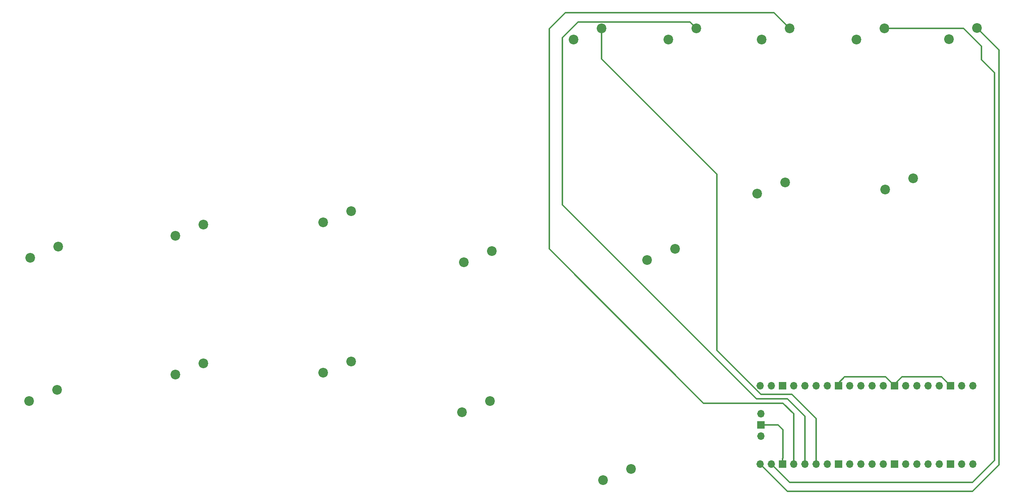
<source format=gbr>
%TF.GenerationSoftware,KiCad,Pcbnew,8.0.5*%
%TF.CreationDate,2024-10-12T18:26:30-04:00*%
%TF.ProjectId,MicrocontrollerMount,4d696372-6f63-46f6-9e74-726f6c6c6572,rev?*%
%TF.SameCoordinates,Original*%
%TF.FileFunction,Copper,L2,Bot*%
%TF.FilePolarity,Positive*%
%FSLAX46Y46*%
G04 Gerber Fmt 4.6, Leading zero omitted, Abs format (unit mm)*
G04 Created by KiCad (PCBNEW 8.0.5) date 2024-10-12 18:26:30*
%MOMM*%
%LPD*%
G01*
G04 APERTURE LIST*
%TA.AperFunction,ComponentPad*%
%ADD10C,2.200000*%
%TD*%
%TA.AperFunction,ComponentPad*%
%ADD11O,1.700000X1.700000*%
%TD*%
%TA.AperFunction,ComponentPad*%
%ADD12R,1.700000X1.700000*%
%TD*%
%TA.AperFunction,Conductor*%
%ADD13C,0.300000*%
%TD*%
G04 APERTURE END LIST*
D10*
%TO.P,X1,2,B*%
%TO.N,GND*%
X138610000Y-87680000D03*
%TO.P,X1,1,A*%
%TO.N,X*%
X144960000Y-85140000D03*
%TD*%
%TO.P,GUIDE1,2,B*%
%TO.N,GND*%
X163460000Y-37100000D03*
%TO.P,GUIDE1,1,A*%
%TO.N,Guide*%
X169810000Y-34560000D03*
%TD*%
%TO.P,SWL3,2,B*%
%TO.N,GND*%
X206150000Y-37100000D03*
%TO.P,SWL3,1,A*%
%TO.N,L3*%
X212500000Y-34560000D03*
%TD*%
%TO.P,LT1,2,B*%
%TO.N,GND*%
X39960000Y-119140000D03*
%TO.P,LT1,1,A*%
%TO.N,LT*%
X46310000Y-116600000D03*
%TD*%
%TO.P,B1,2,B*%
%TO.N,GND*%
X106610000Y-112680000D03*
%TO.P,B1,1,A*%
%TO.N,B*%
X112960000Y-110140000D03*
%TD*%
%TO.P,SWR3,2,B*%
%TO.N,GND*%
X184960000Y-37100000D03*
%TO.P,SWR3,1,A*%
%TO.N,R3*%
X191310000Y-34560000D03*
%TD*%
%TO.P,UP1,2,B*%
%TO.N,GND*%
X170150000Y-137100000D03*
%TO.P,UP1,1,A*%
%TO.N,UP*%
X176500000Y-134560000D03*
%TD*%
%TO.P,RIGHT1,2,B*%
%TO.N,GND*%
X234150000Y-71100000D03*
%TO.P,RIGHT1,1,A*%
%TO.N,RIGHT*%
X240500000Y-68560000D03*
%TD*%
%TO.P,LB1,2,B*%
%TO.N,GND*%
X40150000Y-86600000D03*
%TO.P,LB1,1,A*%
%TO.N,LB*%
X46500000Y-84060000D03*
%TD*%
%TO.P,LEFT1,1,A*%
%TO.N,LEFT*%
X186500000Y-84560000D03*
%TO.P,LEFT1,2,B*%
%TO.N,GND*%
X180150000Y-87100000D03*
%TD*%
%TO.P,A1,2,B*%
%TO.N,GND*%
X138110000Y-121680000D03*
%TO.P,A1,1,A*%
%TO.N,A*%
X144460000Y-119140000D03*
%TD*%
D11*
%TO.P,U1,1,GPIO0*%
%TO.N,unconnected-(U1-GPIO0-Pad1)_1*%
X254020000Y-115640000D03*
%TO.P,U1,2,GPIO1*%
%TO.N,unconnected-(U1-GPIO1-Pad2)*%
X251480000Y-115640000D03*
D12*
%TO.P,U1,3,GND*%
%TO.N,GND*%
X248940000Y-115640000D03*
D11*
%TO.P,U1,4,GPIO2*%
%TO.N,UP*%
X246400000Y-115640000D03*
%TO.P,U1,5,GPIO3*%
%TO.N,DOWN*%
X243860000Y-115640000D03*
%TO.P,U1,6,GPIO4*%
%TO.N,RIGHT*%
X241320000Y-115640000D03*
%TO.P,U1,7,GPIO5*%
%TO.N,LEFT*%
X238780000Y-115640000D03*
D12*
%TO.P,U1,8,GND*%
%TO.N,GND*%
X236240000Y-115640000D03*
D11*
%TO.P,U1,9,GPIO6*%
%TO.N,A*%
X233700000Y-115640000D03*
%TO.P,U1,10,GPIO7*%
%TO.N,B*%
X231160000Y-115640000D03*
%TO.P,U1,11,GPIO8*%
%TO.N,RT*%
X228620000Y-115640000D03*
%TO.P,U1,12,GPIO9*%
%TO.N,LT*%
X226080000Y-115640000D03*
D12*
%TO.P,U1,13,GND*%
%TO.N,GND*%
X223540000Y-115640000D03*
D11*
%TO.P,U1,14,GPIO10*%
%TO.N,X*%
X221000000Y-115640000D03*
%TO.P,U1,15,GPIO11*%
%TO.N,Y*%
X218460000Y-115640000D03*
%TO.P,U1,16,GPIO12*%
%TO.N,RB*%
X215920000Y-115640000D03*
%TO.P,U1,17,GPIO13*%
%TO.N,LB*%
X213380000Y-115640000D03*
D12*
%TO.P,U1,18,GND*%
%TO.N,GND*%
X210840000Y-115640000D03*
D11*
%TO.P,U1,19,GPIO14*%
%TO.N,unconnected-(U1-GPIO14-Pad19)_1*%
X208300000Y-115640000D03*
%TO.P,U1,20,GPIO15*%
%TO.N,unconnected-(U1-GPIO15-Pad20)*%
X205760000Y-115640000D03*
%TO.P,U1,21,GPIO16*%
%TO.N,Back*%
X205760000Y-133420000D03*
%TO.P,U1,22,GPIO17*%
%TO.N,Start*%
X208300000Y-133420000D03*
D12*
%TO.P,U1,23,GND*%
%TO.N,GND*%
X210840000Y-133420000D03*
D11*
%TO.P,U1,24,GPIO18*%
%TO.N,L3*%
X213380000Y-133420000D03*
%TO.P,U1,25,GPIO19*%
%TO.N,R3*%
X215920000Y-133420000D03*
%TO.P,U1,26,GPIO20*%
%TO.N,Guide*%
X218460000Y-133420000D03*
%TO.P,U1,27,GPIO21*%
%TO.N,unconnected-(U1-GPIO21-Pad27)_1*%
X221000000Y-133420000D03*
D12*
%TO.P,U1,28,GND*%
%TO.N,GND*%
X223540000Y-133420000D03*
D11*
%TO.P,U1,29,GPIO22*%
%TO.N,unconnected-(U1-GPIO22-Pad29)_1*%
X226080000Y-133420000D03*
%TO.P,U1,30,RUN*%
%TO.N,unconnected-(U1-RUN-Pad30)_1*%
X228620000Y-133420000D03*
%TO.P,U1,31,GPIO26_ADC0*%
%TO.N,unconnected-(U1-GPIO26_ADC0-Pad31)_1*%
X231160000Y-133420000D03*
%TO.P,U1,32,GPIO27_ADC1*%
%TO.N,unconnected-(U1-GPIO27_ADC1-Pad32)_1*%
X233700000Y-133420000D03*
D12*
%TO.P,U1,33,AGND*%
%TO.N,unconnected-(U1-AGND-Pad33)*%
X236240000Y-133420000D03*
D11*
%TO.P,U1,34,GPIO28_ADC2*%
%TO.N,unconnected-(U1-GPIO28_ADC2-Pad34)*%
X238780000Y-133420000D03*
%TO.P,U1,35,ADC_VREF*%
%TO.N,unconnected-(U1-ADC_VREF-Pad35)_1*%
X241320000Y-133420000D03*
%TO.P,U1,36,3V3*%
%TO.N,unconnected-(U1-3V3-Pad36)_1*%
X243860000Y-133420000D03*
%TO.P,U1,37,3V3_EN*%
%TO.N,unconnected-(U1-3V3_EN-Pad37)_1*%
X246400000Y-133420000D03*
D12*
%TO.P,U1,38,GND*%
%TO.N,unconnected-(U1-GND-Pad38)*%
X248940000Y-133420000D03*
D11*
%TO.P,U1,39,VSYS*%
%TO.N,unconnected-(U1-VSYS-Pad39)*%
X251480000Y-133420000D03*
%TO.P,U1,40,VBUS*%
%TO.N,unconnected-(U1-VBUS-Pad40)*%
X254020000Y-133420000D03*
%TO.P,U1,41,SWCLK*%
%TO.N,unconnected-(U1-SWCLK-Pad41)_1*%
X205990000Y-121990000D03*
D12*
%TO.P,U1,42,GND*%
%TO.N,GND*%
X205990000Y-124530000D03*
D11*
%TO.P,U1,43,SWDIO*%
%TO.N,unconnected-(U1-SWDIO-Pad43)*%
X205990000Y-127070000D03*
%TD*%
D10*
%TO.P,DOWN1,1,A*%
%TO.N,DOWN*%
X211500000Y-69560000D03*
%TO.P,DOWN1,2,B*%
%TO.N,GND*%
X205150000Y-72100000D03*
%TD*%
%TO.P,BACK1,2,B*%
%TO.N,GND*%
X248650000Y-37060000D03*
%TO.P,BACK1,1,A*%
%TO.N,Back*%
X255000000Y-34520000D03*
%TD*%
%TO.P,RB1,2,B*%
%TO.N,GND*%
X73150000Y-81600000D03*
%TO.P,RB1,1,A*%
%TO.N,RB*%
X79500000Y-79060000D03*
%TD*%
%TO.P,Y1,2,B*%
%TO.N,GND*%
X106650000Y-78600000D03*
%TO.P,Y1,1,A*%
%TO.N,Y*%
X113000000Y-76060000D03*
%TD*%
%TO.P,RT1,2,B*%
%TO.N,GND*%
X73150000Y-113100000D03*
%TO.P,RT1,1,A*%
%TO.N,RT*%
X79500000Y-110560000D03*
%TD*%
%TO.P,START1,2,B*%
%TO.N,GND*%
X227610000Y-37140000D03*
%TO.P,START1,1,A*%
%TO.N,Start*%
X233960000Y-34600000D03*
%TD*%
D13*
%TO.N,Start*%
X255960000Y-38640000D02*
X251920000Y-34600000D01*
X255960000Y-41640000D02*
X255960000Y-38640000D01*
X258960000Y-44640000D02*
X255960000Y-41640000D01*
X251920000Y-34600000D02*
X233960000Y-34600000D01*
X258960000Y-132640000D02*
X258960000Y-44640000D01*
X253960000Y-137640000D02*
X258960000Y-132640000D01*
X212520000Y-137640000D02*
X253960000Y-137640000D01*
X208300000Y-133420000D02*
X212520000Y-137640000D01*
%TO.N,GND*%
X236240000Y-115360000D02*
X236240000Y-115640000D01*
X237960000Y-113640000D02*
X236240000Y-115360000D01*
X248940000Y-115640000D02*
X246940000Y-113640000D01*
X246940000Y-113640000D02*
X237960000Y-113640000D01*
X224960000Y-113640000D02*
X234240000Y-113640000D01*
X223540000Y-115060000D02*
X224960000Y-113640000D01*
X234240000Y-113640000D02*
X236240000Y-115640000D01*
X223540000Y-115640000D02*
X223540000Y-115060000D01*
X210840000Y-132218300D02*
X210840000Y-133420000D01*
X210960000Y-125640000D02*
X210960000Y-132098300D01*
X209850000Y-124530000D02*
X210960000Y-125640000D01*
X210960000Y-132098300D02*
X210840000Y-132218300D01*
X205990000Y-124530000D02*
X209850000Y-124530000D01*
%TO.N,R3*%
X211960000Y-118640000D02*
X215920000Y-122600000D01*
X204960000Y-118640000D02*
X211960000Y-118640000D01*
X160940000Y-74620000D02*
X204960000Y-118640000D01*
X215920000Y-122600000D02*
X215920000Y-133420000D01*
X160940000Y-36660000D02*
X160940000Y-74620000D01*
X189860000Y-33110000D02*
X164490000Y-33110000D01*
X164490000Y-33110000D02*
X160940000Y-36660000D01*
X191310000Y-34560000D02*
X189860000Y-33110000D01*
%TO.N,Guide*%
X195960000Y-107640000D02*
X205960000Y-117640000D01*
X218460000Y-123140000D02*
X218460000Y-133420000D01*
X195960000Y-67640000D02*
X195960000Y-107640000D01*
X205960000Y-117640000D02*
X212960000Y-117640000D01*
X169810000Y-41490000D02*
X195960000Y-67640000D01*
X212960000Y-117640000D02*
X218460000Y-123140000D01*
X169810000Y-34560000D02*
X169810000Y-41490000D01*
%TO.N,Back*%
X259960000Y-39480000D02*
X255000000Y-34520000D01*
X259960000Y-133640000D02*
X259960000Y-39480000D01*
X253960000Y-139640000D02*
X259960000Y-133640000D01*
X211960000Y-139640000D02*
X253960000Y-139640000D01*
X211960000Y-139620000D02*
X211960000Y-139640000D01*
X205760000Y-133420000D02*
X211960000Y-139620000D01*
%TO.N,L3*%
X212500000Y-34560000D02*
X208960000Y-31020000D01*
X208960000Y-31020000D02*
X161580000Y-31020000D01*
X161580000Y-31020000D02*
X157960000Y-34640000D01*
X157960000Y-34640000D02*
X157960000Y-84640000D01*
X210960000Y-119640000D02*
X213380000Y-122060000D01*
X157960000Y-84640000D02*
X192960000Y-119640000D01*
X192960000Y-119640000D02*
X210960000Y-119640000D01*
X213380000Y-122060000D02*
X213380000Y-133420000D01*
%TD*%
M02*

</source>
